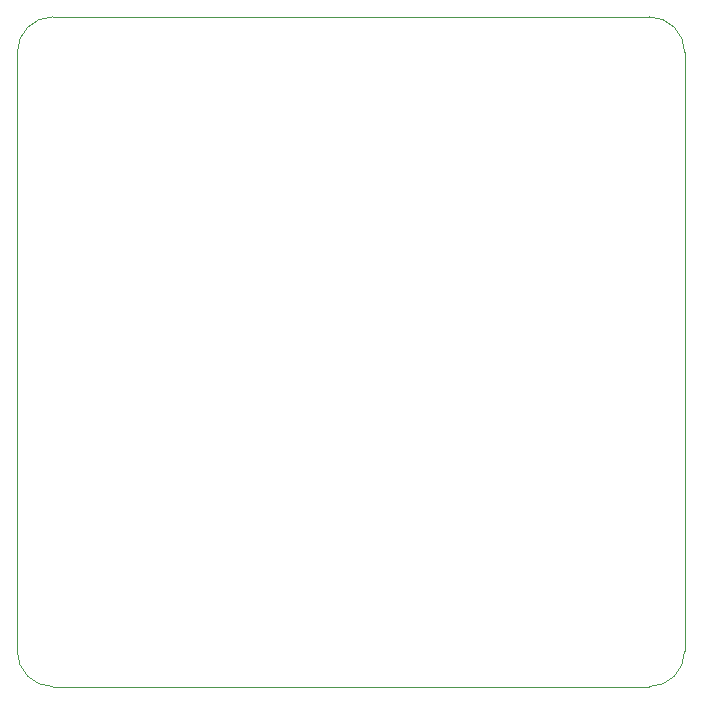
<source format=gbr>
%TF.GenerationSoftware,KiCad,Pcbnew,7.0.8-7.0.8~ubuntu22.04.1*%
%TF.CreationDate,2023-11-15T17:47:51+01:00*%
%TF.ProjectId,adapt_TMC2590,61646170-745f-4544-9d43-323539302e6b,rev?*%
%TF.SameCoordinates,Original*%
%TF.FileFunction,Profile,NP*%
%FSLAX46Y46*%
G04 Gerber Fmt 4.6, Leading zero omitted, Abs format (unit mm)*
G04 Created by KiCad (PCBNEW 7.0.8-7.0.8~ubuntu22.04.1) date 2023-11-15 17:47:51*
%MOMM*%
%LPD*%
G01*
G04 APERTURE LIST*
%TA.AperFunction,Profile*%
%ADD10C,0.100000*%
%TD*%
G04 APERTURE END LIST*
D10*
X24750000Y-26420000D02*
G75*
G03*
X21750000Y-29420000I1J-3000001D01*
G01*
X21750000Y-29420000D02*
X21750000Y-80130000D01*
X24750000Y-26420000D02*
X75250000Y-26420000D01*
X78250000Y-29420000D02*
X78250000Y-80130000D01*
X78250000Y-29420000D02*
G75*
G03*
X75250000Y-26420000I-3000000J0D01*
G01*
X75250000Y-83130000D02*
X24750000Y-83130000D01*
X75250000Y-83130000D02*
G75*
G03*
X78250000Y-80130000I0J3000000D01*
G01*
X21750000Y-80130000D02*
G75*
G03*
X24750000Y-83130000I3000000J0D01*
G01*
M02*

</source>
